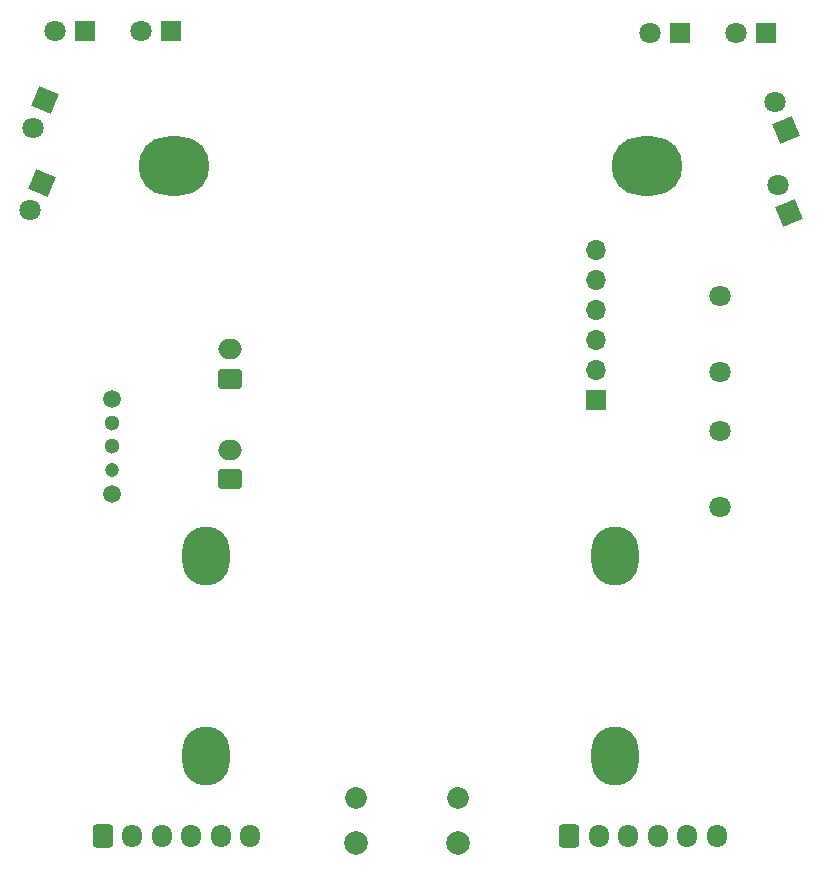
<source format=gbs>
%TF.GenerationSoftware,KiCad,Pcbnew,7.0.5*%
%TF.CreationDate,2023-06-03T10:53:18+02:00*%
%TF.ProjectId,electronix,656c6563-7472-46f6-9e69-782e6b696361,rev?*%
%TF.SameCoordinates,Original*%
%TF.FileFunction,Soldermask,Bot*%
%TF.FilePolarity,Negative*%
%FSLAX46Y46*%
G04 Gerber Fmt 4.6, Leading zero omitted, Abs format (unit mm)*
G04 Created by KiCad (PCBNEW 7.0.5) date 2023-06-03 10:53:18*
%MOMM*%
%LPD*%
G01*
G04 APERTURE LIST*
G04 Aperture macros list*
%AMRoundRect*
0 Rectangle with rounded corners*
0 $1 Rounding radius*
0 $2 $3 $4 $5 $6 $7 $8 $9 X,Y pos of 4 corners*
0 Add a 4 corners polygon primitive as box body*
4,1,4,$2,$3,$4,$5,$6,$7,$8,$9,$2,$3,0*
0 Add four circle primitives for the rounded corners*
1,1,$1+$1,$2,$3*
1,1,$1+$1,$4,$5*
1,1,$1+$1,$6,$7*
1,1,$1+$1,$8,$9*
0 Add four rect primitives between the rounded corners*
20,1,$1+$1,$2,$3,$4,$5,0*
20,1,$1+$1,$4,$5,$6,$7,0*
20,1,$1+$1,$6,$7,$8,$9,0*
20,1,$1+$1,$8,$9,$2,$3,0*%
%AMRotRect*
0 Rectangle, with rotation*
0 The origin of the aperture is its center*
0 $1 length*
0 $2 width*
0 $3 Rotation angle, in degrees counterclockwise*
0 Add horizontal line*
21,1,$1,$2,0,0,$3*%
G04 Aperture macros list end*
%ADD10R,1.800000X1.800000*%
%ADD11C,1.800000*%
%ADD12RoundRect,0.250000X0.750000X-0.600000X0.750000X0.600000X-0.750000X0.600000X-0.750000X-0.600000X0*%
%ADD13O,2.000000X1.700000*%
%ADD14C,1.300000*%
%ADD15C,1.200000*%
%ADD16C,1.500000*%
%ADD17RoundRect,0.250000X-0.600000X-0.725000X0.600000X-0.725000X0.600000X0.725000X-0.600000X0.725000X0*%
%ADD18O,1.700000X1.950000*%
%ADD19RotRect,1.800000X1.800000X112.500000*%
%ADD20RotRect,1.800000X1.800000X247.500000*%
%ADD21C,1.850000*%
%ADD22C,2.010000*%
%ADD23R,1.700000X1.700000*%
%ADD24O,1.700000X1.700000*%
%ADD25O,4.000000X5.000000*%
%ADD26O,6.000000X5.000000*%
G04 APERTURE END LIST*
D10*
X153878561Y-72730455D03*
D11*
X151338561Y-72730455D03*
D12*
X115800000Y-102025000D03*
D13*
X115800000Y-99525000D03*
D12*
X115775000Y-110525000D03*
D13*
X115775000Y-108025000D03*
D10*
X110744000Y-72597000D03*
D11*
X108204000Y-72597000D03*
D14*
X105750000Y-105750000D03*
X105750000Y-107750000D03*
D15*
X105750000Y-109750000D03*
D16*
X105750000Y-103750000D03*
X105750000Y-111750000D03*
D11*
X157257500Y-95057500D03*
X157257500Y-101457500D03*
X157275000Y-106467500D03*
X157275000Y-112867500D03*
D17*
X105000000Y-140750000D03*
D18*
X107500000Y-140750000D03*
X110000000Y-140750000D03*
X112500000Y-140750000D03*
X115000000Y-140750000D03*
X117500000Y-140750000D03*
D19*
X163127561Y-87957455D03*
D11*
X162155545Y-85610801D03*
D10*
X161127561Y-72754455D03*
D11*
X158587561Y-72754455D03*
D17*
X144500000Y-140750000D03*
D18*
X147000000Y-140750000D03*
X149500000Y-140750000D03*
X152000000Y-140750000D03*
X154500000Y-140750000D03*
X157000000Y-140750000D03*
D19*
X162877561Y-80957455D03*
D11*
X161905545Y-78610801D03*
D20*
X99841283Y-85406562D03*
D11*
X98869267Y-87753216D03*
D10*
X103494000Y-72597000D03*
D11*
X100954000Y-72597000D03*
D21*
X126430000Y-137550000D03*
D22*
X126430000Y-141350000D03*
D21*
X135070000Y-137550000D03*
D22*
X135070000Y-141350000D03*
D20*
X100091283Y-78406562D03*
D11*
X99119267Y-80753216D03*
D23*
X146750000Y-103850000D03*
D24*
X146750000Y-101310000D03*
X146750000Y-98770000D03*
X146750000Y-96230000D03*
X146750000Y-93690000D03*
X146750000Y-91150000D03*
D25*
X148358500Y-117000000D03*
X148358500Y-134000000D03*
D26*
X151046000Y-84000000D03*
X111046000Y-84000000D03*
D25*
X113733500Y-134000000D03*
X113733500Y-117000000D03*
M02*

</source>
